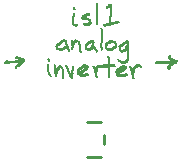
<source format=gto>
G75*
%MOIN*%
%OFA0B0*%
%FSLAX25Y25*%
%IPPOS*%
%LPD*%
%AMOC8*
5,1,8,0,0,1.08239X$1,22.5*
%
%ADD10C,0.01000*%
%ADD11R,0.00100X0.00100*%
%ADD12R,0.00500X0.00100*%
%ADD13R,0.00400X0.00100*%
%ADD14R,0.00600X0.00100*%
%ADD15R,0.00700X0.00100*%
%ADD16R,0.00800X0.00100*%
%ADD17R,0.00900X0.00100*%
%ADD18R,0.01200X0.00100*%
%ADD19R,0.01900X0.00100*%
%ADD20R,0.01000X0.00100*%
%ADD21R,0.01300X0.00100*%
%ADD22R,0.02500X0.00100*%
%ADD23R,0.01100X0.00100*%
%ADD24R,0.02300X0.00100*%
%ADD25R,0.02900X0.00100*%
%ADD26R,0.02800X0.00100*%
%ADD27R,0.03300X0.00100*%
%ADD28R,0.03100X0.00100*%
%ADD29R,0.03500X0.00100*%
%ADD30R,0.03400X0.00100*%
%ADD31R,0.03700X0.00100*%
%ADD32R,0.01400X0.00100*%
%ADD33R,0.02600X0.00100*%
%ADD34R,0.01700X0.00100*%
%ADD35R,0.01500X0.00100*%
%ADD36R,0.01600X0.00100*%
%ADD37R,0.00200X0.00100*%
%ADD38R,0.01800X0.00100*%
%ADD39R,0.02100X0.00100*%
%ADD40R,0.02200X0.00100*%
%ADD41R,0.02000X0.00100*%
%ADD42R,0.02400X0.00100*%
%ADD43R,0.02700X0.00100*%
%ADD44R,0.00300X0.00100*%
%ADD45R,0.06400X0.00100*%
%ADD46R,0.04200X0.00100*%
%ADD47R,0.04300X0.00100*%
%ADD48R,0.04100X0.00100*%
%ADD49R,0.03000X0.00100*%
%ADD50R,0.03200X0.00100*%
%ADD51R,0.03600X0.00100*%
%ADD52R,0.05000X0.00100*%
%ADD53R,0.06700X0.00100*%
%ADD54R,0.06600X0.00100*%
%ADD55R,0.06500X0.00100*%
%ADD56R,0.05100X0.00100*%
%ADD57R,0.07300X0.00100*%
%ADD58R,0.06800X0.00100*%
D10*
X0054583Y0026063D02*
X0059307Y0026063D01*
X0060094Y0030394D02*
X0060094Y0033150D01*
X0059307Y0037480D02*
X0054583Y0037480D01*
D11*
X0046616Y0051943D03*
X0041616Y0056643D03*
X0041916Y0057643D03*
X0057816Y0060743D03*
X0055116Y0073743D03*
X0050216Y0075743D03*
X0061316Y0075143D03*
X0062216Y0076743D03*
X0078312Y0056994D03*
D12*
X0077612Y0056994D03*
X0072616Y0055643D03*
X0070016Y0051943D03*
X0066916Y0056243D03*
X0059516Y0061443D03*
X0057816Y0060943D03*
X0057816Y0060843D03*
X0056716Y0055843D03*
X0054516Y0053543D03*
X0049916Y0055943D03*
X0046616Y0052043D03*
X0042416Y0052543D03*
X0041616Y0056543D03*
X0041816Y0057843D03*
X0041716Y0058343D03*
X0049616Y0064443D03*
X0057916Y0070043D03*
X0059316Y0068443D03*
X0061316Y0075243D03*
X0057816Y0076943D03*
X0050216Y0075643D03*
X0050216Y0073443D03*
X0082212Y0059494D03*
D13*
X0072566Y0055543D03*
X0064866Y0058243D03*
X0056666Y0055943D03*
X0057766Y0052143D03*
X0061966Y0052143D03*
X0049366Y0052043D03*
X0044266Y0052543D03*
X0042466Y0052443D03*
X0047666Y0056143D03*
X0041866Y0057743D03*
X0048666Y0061043D03*
X0049666Y0061443D03*
X0052366Y0060743D03*
X0059266Y0068543D03*
X0050366Y0074943D03*
X0030767Y0055294D03*
D14*
X0030767Y0055394D03*
X0031067Y0059294D03*
X0041666Y0058243D03*
X0041666Y0056443D03*
X0041666Y0054143D03*
X0042366Y0052743D03*
X0042366Y0052643D03*
X0044266Y0052643D03*
X0046566Y0052143D03*
X0049366Y0052143D03*
X0047666Y0056043D03*
X0048566Y0061143D03*
X0048266Y0061743D03*
X0048166Y0062043D03*
X0049666Y0061643D03*
X0049666Y0061543D03*
X0052166Y0062543D03*
X0052166Y0062643D03*
X0052166Y0062743D03*
X0052066Y0063143D03*
X0052066Y0063243D03*
X0051966Y0063543D03*
X0051866Y0063743D03*
X0051766Y0063943D03*
X0049666Y0064143D03*
X0049666Y0064243D03*
X0049666Y0064343D03*
X0047466Y0063843D03*
X0047366Y0064043D03*
X0044466Y0062243D03*
X0044466Y0062143D03*
X0052366Y0060843D03*
X0054066Y0062043D03*
X0054066Y0062143D03*
X0054066Y0062243D03*
X0054166Y0061943D03*
X0057166Y0062043D03*
X0057666Y0061243D03*
X0057766Y0061143D03*
X0057766Y0061043D03*
X0060966Y0062143D03*
X0060966Y0062243D03*
X0060966Y0062343D03*
X0060966Y0062443D03*
X0061066Y0061943D03*
X0061666Y0059143D03*
X0061666Y0059043D03*
X0064966Y0058143D03*
X0065466Y0061543D03*
X0068266Y0061443D03*
X0067866Y0064443D03*
X0062566Y0064643D03*
X0059366Y0068343D03*
X0053566Y0070243D03*
X0050866Y0069343D03*
X0055066Y0073643D03*
X0050266Y0075543D03*
X0056766Y0055743D03*
X0059766Y0055543D03*
X0057766Y0052243D03*
X0061966Y0052243D03*
X0064466Y0053443D03*
X0068966Y0055943D03*
X0072566Y0055743D03*
X0070066Y0052043D03*
D15*
X0070016Y0052143D03*
X0069916Y0052343D03*
X0069916Y0052443D03*
X0069216Y0054843D03*
X0069216Y0054943D03*
X0069116Y0055343D03*
X0069116Y0055443D03*
X0069016Y0055743D03*
X0069016Y0055843D03*
X0067616Y0053443D03*
X0064616Y0053243D03*
X0064516Y0053343D03*
X0064416Y0053543D03*
X0064416Y0053643D03*
X0061916Y0052343D03*
X0057716Y0052343D03*
X0057716Y0052443D03*
X0057616Y0052643D03*
X0057616Y0052743D03*
X0057616Y0052843D03*
X0056916Y0055243D03*
X0056916Y0055343D03*
X0056916Y0055443D03*
X0056816Y0055543D03*
X0056816Y0055643D03*
X0061716Y0056643D03*
X0061716Y0056743D03*
X0061716Y0056843D03*
X0061716Y0056943D03*
X0061716Y0057043D03*
X0061716Y0057143D03*
X0061716Y0057243D03*
X0061716Y0057343D03*
X0061716Y0057443D03*
X0061716Y0057543D03*
X0061716Y0057643D03*
X0061716Y0057743D03*
X0061716Y0057843D03*
X0061716Y0057943D03*
X0061716Y0058043D03*
X0061716Y0058143D03*
X0061716Y0058243D03*
X0061716Y0058343D03*
X0061716Y0058943D03*
X0059516Y0061543D03*
X0059516Y0061643D03*
X0059416Y0061843D03*
X0059416Y0061943D03*
X0059316Y0062243D03*
X0059316Y0062343D03*
X0059316Y0062443D03*
X0059316Y0062543D03*
X0059316Y0062643D03*
X0059316Y0063543D03*
X0059316Y0063643D03*
X0059316Y0063743D03*
X0059416Y0064743D03*
X0059416Y0064943D03*
X0059416Y0065043D03*
X0059416Y0065143D03*
X0059416Y0065243D03*
X0059416Y0065343D03*
X0059416Y0065443D03*
X0059416Y0065543D03*
X0059416Y0065643D03*
X0059416Y0065743D03*
X0059416Y0065843D03*
X0059416Y0065943D03*
X0059416Y0066043D03*
X0059416Y0066143D03*
X0059416Y0066243D03*
X0059416Y0066343D03*
X0059416Y0066443D03*
X0059416Y0066543D03*
X0059416Y0066643D03*
X0059416Y0066743D03*
X0059416Y0066843D03*
X0059416Y0066943D03*
X0059416Y0067043D03*
X0059416Y0067143D03*
X0059416Y0067243D03*
X0059416Y0067343D03*
X0059416Y0067443D03*
X0059416Y0067543D03*
X0059416Y0067643D03*
X0059416Y0067743D03*
X0059416Y0067843D03*
X0059416Y0067943D03*
X0059416Y0068043D03*
X0059416Y0068243D03*
X0056616Y0063543D03*
X0056616Y0063443D03*
X0057216Y0061943D03*
X0057316Y0061843D03*
X0057316Y0061743D03*
X0057416Y0061643D03*
X0057516Y0061543D03*
X0057516Y0061443D03*
X0057616Y0061343D03*
X0061016Y0062043D03*
X0060916Y0062543D03*
X0060916Y0062643D03*
X0064116Y0063543D03*
X0064216Y0063343D03*
X0064216Y0063243D03*
X0065416Y0062043D03*
X0065416Y0061943D03*
X0065416Y0061843D03*
X0065416Y0061743D03*
X0065416Y0061643D03*
X0065516Y0061443D03*
X0068316Y0061343D03*
X0068316Y0061243D03*
X0068316Y0061143D03*
X0068316Y0061043D03*
X0068316Y0060943D03*
X0068316Y0060843D03*
X0068316Y0060743D03*
X0068316Y0060643D03*
X0068316Y0060543D03*
X0068316Y0060443D03*
X0068316Y0060343D03*
X0068316Y0060243D03*
X0068316Y0060143D03*
X0068316Y0060043D03*
X0068316Y0059943D03*
X0068316Y0059843D03*
X0068316Y0059743D03*
X0068316Y0059643D03*
X0068216Y0059243D03*
X0068216Y0059143D03*
X0068216Y0059043D03*
X0065116Y0058043D03*
X0054116Y0062343D03*
X0054116Y0062443D03*
X0054116Y0062543D03*
X0052216Y0062443D03*
X0052216Y0062343D03*
X0052216Y0062243D03*
X0052216Y0062143D03*
X0052216Y0062043D03*
X0052216Y0061943D03*
X0052216Y0061843D03*
X0052216Y0061743D03*
X0052216Y0061643D03*
X0052216Y0061543D03*
X0052316Y0061043D03*
X0052316Y0060943D03*
X0052116Y0062843D03*
X0052116Y0062943D03*
X0052116Y0063043D03*
X0052016Y0063343D03*
X0052016Y0063443D03*
X0051916Y0063643D03*
X0051816Y0063843D03*
X0051716Y0064043D03*
X0049616Y0061743D03*
X0048516Y0061343D03*
X0048516Y0061243D03*
X0048416Y0061443D03*
X0048316Y0061643D03*
X0048216Y0061843D03*
X0048216Y0061943D03*
X0047716Y0063243D03*
X0047616Y0063543D03*
X0047516Y0063643D03*
X0047516Y0063743D03*
X0047416Y0063943D03*
X0047316Y0064143D03*
X0046916Y0064843D03*
X0044516Y0062343D03*
X0044516Y0062043D03*
X0041716Y0058143D03*
X0041716Y0058043D03*
X0041816Y0057943D03*
X0041616Y0056343D03*
X0041616Y0056243D03*
X0041516Y0055843D03*
X0041516Y0055743D03*
X0041516Y0055643D03*
X0041516Y0055543D03*
X0041516Y0055443D03*
X0041516Y0055343D03*
X0041516Y0055243D03*
X0041516Y0055143D03*
X0041516Y0055043D03*
X0041516Y0054943D03*
X0041516Y0054843D03*
X0041516Y0054743D03*
X0041516Y0054643D03*
X0041616Y0054443D03*
X0041616Y0054343D03*
X0041616Y0054243D03*
X0041716Y0054043D03*
X0041716Y0053943D03*
X0041716Y0053843D03*
X0041816Y0053743D03*
X0041816Y0053643D03*
X0041916Y0053543D03*
X0041916Y0053443D03*
X0042016Y0053343D03*
X0042116Y0053243D03*
X0042116Y0053143D03*
X0042216Y0053043D03*
X0042316Y0052943D03*
X0042316Y0052843D03*
X0044216Y0052743D03*
X0046516Y0052543D03*
X0046516Y0053143D03*
X0046516Y0053943D03*
X0046516Y0054043D03*
X0046316Y0055143D03*
X0045516Y0056143D03*
X0043916Y0055943D03*
X0043916Y0055843D03*
X0043916Y0055743D03*
X0043916Y0055643D03*
X0043916Y0055543D03*
X0043916Y0055443D03*
X0043816Y0056243D03*
X0043816Y0056343D03*
X0047916Y0055543D03*
X0048016Y0055343D03*
X0048016Y0055243D03*
X0048116Y0055043D03*
X0048116Y0054943D03*
X0048216Y0054743D03*
X0048216Y0054643D03*
X0048316Y0054443D03*
X0048316Y0054343D03*
X0048416Y0054143D03*
X0048416Y0054043D03*
X0048516Y0053943D03*
X0048516Y0053843D03*
X0048616Y0053743D03*
X0048616Y0053643D03*
X0049316Y0052243D03*
X0049916Y0055843D03*
X0030817Y0055494D03*
X0050216Y0073243D03*
X0050216Y0073343D03*
X0061316Y0075343D03*
X0062216Y0076643D03*
X0064816Y0070943D03*
X0082212Y0059394D03*
X0081712Y0054994D03*
D16*
X0069966Y0052243D03*
X0069866Y0052543D03*
X0069866Y0052643D03*
X0069866Y0052743D03*
X0069866Y0052843D03*
X0069866Y0052943D03*
X0069166Y0055043D03*
X0069166Y0055143D03*
X0069166Y0055243D03*
X0069066Y0055543D03*
X0069066Y0055643D03*
X0067966Y0058243D03*
X0068066Y0058343D03*
X0068066Y0058443D03*
X0068066Y0058543D03*
X0068166Y0058643D03*
X0068166Y0058743D03*
X0068166Y0058843D03*
X0068166Y0058943D03*
X0068266Y0059343D03*
X0068266Y0059443D03*
X0068266Y0059543D03*
X0065366Y0057843D03*
X0065266Y0057943D03*
X0061766Y0058643D03*
X0061766Y0058743D03*
X0061766Y0058843D03*
X0061766Y0055643D03*
X0061766Y0055543D03*
X0061766Y0055443D03*
X0061766Y0055343D03*
X0061766Y0055243D03*
X0061766Y0055143D03*
X0061766Y0055043D03*
X0061766Y0054943D03*
X0061766Y0054843D03*
X0061766Y0054743D03*
X0061766Y0054643D03*
X0061766Y0054543D03*
X0061766Y0054443D03*
X0061766Y0054343D03*
X0061766Y0054243D03*
X0061766Y0054143D03*
X0061766Y0054043D03*
X0061766Y0053943D03*
X0061766Y0053843D03*
X0061766Y0053743D03*
X0061766Y0053643D03*
X0061766Y0053543D03*
X0061766Y0053443D03*
X0061766Y0053343D03*
X0061766Y0053243D03*
X0061766Y0053143D03*
X0061766Y0053043D03*
X0061766Y0052943D03*
X0061766Y0052843D03*
X0061766Y0052743D03*
X0061766Y0052643D03*
X0061866Y0052543D03*
X0061866Y0052443D03*
X0057666Y0052543D03*
X0057566Y0052943D03*
X0057566Y0053043D03*
X0057566Y0053143D03*
X0057566Y0053243D03*
X0057566Y0053343D03*
X0057566Y0053443D03*
X0051866Y0053443D03*
X0049666Y0054343D03*
X0049666Y0054443D03*
X0049766Y0054743D03*
X0049766Y0054843D03*
X0049766Y0054943D03*
X0049866Y0055143D03*
X0049866Y0055243D03*
X0049966Y0055543D03*
X0049966Y0055643D03*
X0049966Y0055743D03*
X0049566Y0054043D03*
X0049566Y0053943D03*
X0048366Y0054243D03*
X0048266Y0054543D03*
X0048166Y0054843D03*
X0048066Y0055143D03*
X0047966Y0055443D03*
X0047866Y0055643D03*
X0047866Y0055743D03*
X0047766Y0055843D03*
X0047766Y0055943D03*
X0046266Y0055343D03*
X0046266Y0055243D03*
X0046366Y0055043D03*
X0046366Y0054943D03*
X0046366Y0054843D03*
X0046466Y0054743D03*
X0046466Y0054643D03*
X0046466Y0054543D03*
X0046466Y0054443D03*
X0046466Y0054343D03*
X0046466Y0054243D03*
X0046466Y0054143D03*
X0046566Y0053843D03*
X0046566Y0053743D03*
X0046566Y0053643D03*
X0046566Y0053543D03*
X0046566Y0053443D03*
X0046566Y0053243D03*
X0046466Y0052843D03*
X0046466Y0052743D03*
X0046566Y0052443D03*
X0046566Y0052343D03*
X0046566Y0052243D03*
X0044166Y0052843D03*
X0044166Y0052943D03*
X0044166Y0053043D03*
X0044166Y0053143D03*
X0043966Y0055343D03*
X0043866Y0056043D03*
X0043866Y0056143D03*
X0041566Y0056143D03*
X0041566Y0056043D03*
X0041566Y0055943D03*
X0041566Y0054543D03*
X0046166Y0055443D03*
X0049266Y0052343D03*
X0048366Y0061543D03*
X0049666Y0061843D03*
X0049666Y0061943D03*
X0049666Y0062043D03*
X0049666Y0062143D03*
X0049766Y0062543D03*
X0047766Y0062943D03*
X0047766Y0063043D03*
X0047766Y0063143D03*
X0047666Y0063343D03*
X0047666Y0063443D03*
X0044566Y0062543D03*
X0044566Y0062443D03*
X0052266Y0061443D03*
X0052266Y0061343D03*
X0052266Y0061243D03*
X0052266Y0061143D03*
X0054166Y0062643D03*
X0054166Y0062743D03*
X0056666Y0063343D03*
X0056666Y0063643D03*
X0056566Y0063743D03*
X0056166Y0064543D03*
X0059366Y0064543D03*
X0059366Y0064443D03*
X0059366Y0064343D03*
X0059366Y0064243D03*
X0059366Y0064143D03*
X0059366Y0064043D03*
X0059366Y0063943D03*
X0059366Y0063843D03*
X0059266Y0063443D03*
X0059266Y0063343D03*
X0059266Y0063243D03*
X0059266Y0063143D03*
X0059266Y0063043D03*
X0059266Y0062943D03*
X0059266Y0062843D03*
X0059266Y0062743D03*
X0059366Y0062143D03*
X0059366Y0062043D03*
X0059466Y0061743D03*
X0060966Y0062743D03*
X0060966Y0062843D03*
X0061066Y0062943D03*
X0061066Y0063043D03*
X0059366Y0064643D03*
X0059366Y0064843D03*
X0059466Y0068143D03*
X0057866Y0070143D03*
X0057866Y0070543D03*
X0057866Y0070643D03*
X0057866Y0070743D03*
X0057866Y0070843D03*
X0057866Y0070943D03*
X0057866Y0071043D03*
X0057866Y0071143D03*
X0057866Y0071243D03*
X0057866Y0071343D03*
X0057866Y0071443D03*
X0057866Y0071543D03*
X0057866Y0071643D03*
X0057866Y0071743D03*
X0057866Y0071843D03*
X0057766Y0072343D03*
X0057766Y0072443D03*
X0057766Y0072543D03*
X0057766Y0072643D03*
X0057766Y0072743D03*
X0057766Y0072843D03*
X0057766Y0072943D03*
X0057766Y0073043D03*
X0057766Y0073143D03*
X0057766Y0073243D03*
X0057766Y0073343D03*
X0057766Y0073443D03*
X0057766Y0073643D03*
X0057766Y0073743D03*
X0057766Y0073843D03*
X0057766Y0073943D03*
X0057866Y0074343D03*
X0057866Y0074443D03*
X0057866Y0074543D03*
X0057866Y0074643D03*
X0057866Y0074743D03*
X0057866Y0074843D03*
X0057866Y0074943D03*
X0057866Y0075043D03*
X0057866Y0075143D03*
X0057866Y0075243D03*
X0057866Y0075343D03*
X0057866Y0075443D03*
X0057866Y0075543D03*
X0057866Y0075743D03*
X0057866Y0075843D03*
X0057866Y0075943D03*
X0057866Y0076043D03*
X0057866Y0076143D03*
X0057866Y0076243D03*
X0057866Y0076743D03*
X0057866Y0076843D03*
X0062366Y0074543D03*
X0062366Y0074443D03*
X0062366Y0074343D03*
X0062366Y0074243D03*
X0062366Y0074143D03*
X0062366Y0074043D03*
X0062366Y0073943D03*
X0062366Y0073843D03*
X0062366Y0073743D03*
X0062366Y0073643D03*
X0062366Y0073543D03*
X0062366Y0073443D03*
X0062366Y0073343D03*
X0062366Y0073243D03*
X0062366Y0073143D03*
X0062366Y0073043D03*
X0062366Y0072943D03*
X0062366Y0072843D03*
X0062366Y0072743D03*
X0062366Y0072643D03*
X0062366Y0072543D03*
X0062366Y0070643D03*
X0055666Y0070843D03*
X0055666Y0070943D03*
X0054266Y0072143D03*
X0050166Y0072943D03*
X0050166Y0073043D03*
X0050166Y0073143D03*
X0050066Y0072743D03*
X0050066Y0072643D03*
X0050066Y0072543D03*
X0049966Y0072443D03*
X0049966Y0072343D03*
X0049966Y0072243D03*
X0049966Y0072143D03*
X0049966Y0072043D03*
X0049866Y0071843D03*
X0049866Y0071743D03*
X0049866Y0071643D03*
X0049866Y0071543D03*
X0049866Y0071443D03*
X0049866Y0071343D03*
X0049866Y0071243D03*
X0049866Y0071143D03*
X0049866Y0071043D03*
X0049866Y0070943D03*
X0049866Y0070843D03*
X0049866Y0070743D03*
X0049866Y0070643D03*
X0049866Y0070543D03*
X0049866Y0070443D03*
X0049966Y0070343D03*
X0049966Y0070243D03*
X0049966Y0070143D03*
X0050066Y0070043D03*
X0050266Y0075043D03*
X0050266Y0075343D03*
X0050266Y0075443D03*
X0064066Y0063643D03*
X0064166Y0063443D03*
X0064266Y0063143D03*
X0064166Y0063043D03*
X0064166Y0062943D03*
X0065466Y0062143D03*
X0068066Y0063143D03*
X0068066Y0063243D03*
X0068066Y0063343D03*
X0068066Y0063443D03*
X0067866Y0064343D03*
X0031067Y0059194D03*
X0027767Y0057794D03*
D17*
X0030917Y0055694D03*
X0030917Y0055594D03*
X0044216Y0053443D03*
X0044216Y0053343D03*
X0044216Y0053243D03*
X0046516Y0053343D03*
X0046516Y0053043D03*
X0046516Y0052943D03*
X0046516Y0052643D03*
X0049216Y0052543D03*
X0049216Y0052443D03*
X0049516Y0053643D03*
X0049516Y0053743D03*
X0049516Y0053843D03*
X0049616Y0054143D03*
X0049616Y0054243D03*
X0049716Y0054543D03*
X0049716Y0054643D03*
X0049816Y0055043D03*
X0049916Y0055343D03*
X0049916Y0055443D03*
X0051816Y0054443D03*
X0057516Y0053943D03*
X0057516Y0053843D03*
X0057516Y0053743D03*
X0057516Y0053643D03*
X0057516Y0053543D03*
X0059616Y0055643D03*
X0060316Y0056543D03*
X0061716Y0058443D03*
X0061716Y0058543D03*
X0066316Y0060743D03*
X0065516Y0062243D03*
X0065516Y0062343D03*
X0065616Y0062443D03*
X0064116Y0062743D03*
X0064116Y0062843D03*
X0064016Y0062643D03*
X0063916Y0063743D03*
X0061116Y0063143D03*
X0056616Y0063143D03*
X0056616Y0063043D03*
X0056616Y0063243D03*
X0054316Y0062943D03*
X0054216Y0062843D03*
X0055116Y0061243D03*
X0051016Y0064743D03*
X0049816Y0062743D03*
X0049816Y0062643D03*
X0049716Y0062443D03*
X0049716Y0062343D03*
X0049716Y0062243D03*
X0047716Y0062743D03*
X0047716Y0062843D03*
X0046816Y0064743D03*
X0044616Y0062643D03*
X0044716Y0061943D03*
X0045616Y0061243D03*
X0055716Y0070543D03*
X0055716Y0070643D03*
X0055716Y0070743D03*
X0055616Y0071043D03*
X0055516Y0071143D03*
X0055416Y0071243D03*
X0055316Y0071343D03*
X0057816Y0071943D03*
X0057816Y0072043D03*
X0057816Y0072143D03*
X0057816Y0072243D03*
X0057816Y0073543D03*
X0057816Y0074043D03*
X0057816Y0074143D03*
X0057816Y0074243D03*
X0057816Y0075643D03*
X0057916Y0076343D03*
X0057916Y0076443D03*
X0057916Y0076543D03*
X0057916Y0076643D03*
X0061316Y0075443D03*
X0062416Y0075443D03*
X0062416Y0075343D03*
X0062416Y0075243D03*
X0062416Y0075143D03*
X0062416Y0075043D03*
X0062416Y0074943D03*
X0062416Y0074843D03*
X0062416Y0074743D03*
X0062416Y0074643D03*
X0062316Y0072443D03*
X0062316Y0072343D03*
X0062316Y0072243D03*
X0062316Y0072143D03*
X0062316Y0072043D03*
X0062316Y0071943D03*
X0062316Y0071843D03*
X0062316Y0071743D03*
X0062316Y0071643D03*
X0062316Y0071543D03*
X0062316Y0071443D03*
X0062316Y0071343D03*
X0062316Y0071243D03*
X0062316Y0071143D03*
X0062316Y0071043D03*
X0062316Y0070943D03*
X0062316Y0070843D03*
X0062316Y0070743D03*
X0060616Y0069343D03*
X0057916Y0070243D03*
X0057916Y0070343D03*
X0057916Y0070443D03*
X0049916Y0071943D03*
X0050116Y0072843D03*
X0050316Y0075143D03*
X0050316Y0075243D03*
X0068016Y0063043D03*
X0067916Y0058143D03*
X0070116Y0054943D03*
X0070116Y0054843D03*
X0069816Y0053243D03*
X0069816Y0053143D03*
X0069816Y0053043D03*
X0071716Y0056543D03*
X0081612Y0055694D03*
X0081712Y0055094D03*
X0082212Y0059294D03*
D18*
X0082362Y0058594D03*
X0082462Y0058494D03*
X0081962Y0056094D03*
X0070666Y0055643D03*
X0070566Y0055543D03*
X0069766Y0054043D03*
X0069766Y0053943D03*
X0065866Y0052443D03*
X0064866Y0054743D03*
X0063666Y0062243D03*
X0065866Y0062743D03*
X0065966Y0062843D03*
X0066066Y0062943D03*
X0067966Y0062343D03*
X0061566Y0063643D03*
X0061466Y0063543D03*
X0056666Y0062743D03*
X0056666Y0062643D03*
X0056666Y0062543D03*
X0056166Y0062043D03*
X0054766Y0063443D03*
X0054866Y0063543D03*
X0056066Y0064443D03*
X0055566Y0070343D03*
X0053166Y0072143D03*
X0053266Y0072343D03*
X0062266Y0076443D03*
X0064666Y0070843D03*
X0047666Y0062543D03*
X0045866Y0063943D03*
X0045766Y0063843D03*
X0045666Y0063743D03*
X0045066Y0055443D03*
X0044266Y0054243D03*
X0044266Y0054143D03*
X0044266Y0054043D03*
X0049166Y0052943D03*
X0049166Y0052843D03*
X0052266Y0055143D03*
X0052366Y0055243D03*
X0053966Y0054943D03*
X0054066Y0055043D03*
X0054166Y0055143D03*
X0032767Y0057194D03*
X0031667Y0056294D03*
X0031567Y0056194D03*
X0031467Y0056094D03*
D19*
X0032717Y0058094D03*
X0032717Y0058194D03*
X0028017Y0057094D03*
X0045516Y0055643D03*
X0045516Y0055543D03*
X0047516Y0062143D03*
X0046716Y0064343D03*
X0051016Y0064143D03*
X0054616Y0073243D03*
X0061916Y0075843D03*
X0062716Y0064343D03*
X0067516Y0063843D03*
X0066416Y0061043D03*
X0066716Y0057143D03*
X0065016Y0053843D03*
X0065916Y0052543D03*
X0083012Y0058194D03*
X0083312Y0057994D03*
X0083712Y0057794D03*
D20*
X0082162Y0058794D03*
X0082162Y0058894D03*
X0082162Y0058994D03*
X0082162Y0059094D03*
X0082162Y0059194D03*
X0070366Y0055343D03*
X0070266Y0055243D03*
X0070266Y0055143D03*
X0070166Y0055043D03*
X0069766Y0053743D03*
X0069766Y0053643D03*
X0069766Y0053543D03*
X0069766Y0053443D03*
X0069766Y0053343D03*
X0066866Y0056143D03*
X0065566Y0057743D03*
X0067866Y0058043D03*
X0068066Y0062743D03*
X0068066Y0062843D03*
X0068066Y0062943D03*
X0065666Y0062543D03*
X0063966Y0062543D03*
X0063866Y0062443D03*
X0062566Y0064543D03*
X0061266Y0063343D03*
X0061166Y0063243D03*
X0056666Y0062943D03*
X0056666Y0062843D03*
X0054466Y0063143D03*
X0054366Y0063043D03*
X0049866Y0063043D03*
X0049866Y0062943D03*
X0049866Y0062843D03*
X0044866Y0062943D03*
X0044766Y0062843D03*
X0044666Y0062743D03*
X0053966Y0056443D03*
X0054566Y0055643D03*
X0054466Y0055543D03*
X0054366Y0053443D03*
X0051966Y0053343D03*
X0051866Y0053543D03*
X0051866Y0054543D03*
X0051866Y0054643D03*
X0051966Y0054743D03*
X0049166Y0052643D03*
X0044966Y0055343D03*
X0044166Y0053543D03*
X0057466Y0054043D03*
X0057466Y0054143D03*
X0057866Y0055243D03*
X0057866Y0055343D03*
X0057966Y0055443D03*
X0058066Y0055543D03*
X0054566Y0069543D03*
X0055666Y0070443D03*
X0054966Y0073543D03*
X0062266Y0076543D03*
X0031167Y0059094D03*
D21*
X0031217Y0058994D03*
X0032417Y0056994D03*
X0032317Y0056894D03*
X0032217Y0056794D03*
X0032117Y0056694D03*
X0032017Y0056594D03*
X0031817Y0056494D03*
X0031717Y0056394D03*
X0031317Y0055994D03*
X0027917Y0056994D03*
X0044316Y0054543D03*
X0044316Y0054443D03*
X0044316Y0054343D03*
X0045516Y0055943D03*
X0049116Y0053043D03*
X0052516Y0055343D03*
X0052616Y0055443D03*
X0053616Y0054643D03*
X0053716Y0054743D03*
X0053816Y0054843D03*
X0053116Y0052643D03*
X0057416Y0054543D03*
X0057416Y0054643D03*
X0057416Y0054743D03*
X0058216Y0055643D03*
X0065016Y0054843D03*
X0065116Y0054943D03*
X0065216Y0055043D03*
X0067016Y0055143D03*
X0067116Y0055243D03*
X0069716Y0054343D03*
X0069716Y0054243D03*
X0069716Y0054143D03*
X0067616Y0057743D03*
X0067916Y0062143D03*
X0067916Y0062243D03*
X0066316Y0063143D03*
X0066216Y0063043D03*
X0063516Y0062143D03*
X0055016Y0063643D03*
X0051016Y0064543D03*
X0049916Y0063443D03*
X0049916Y0063343D03*
X0046816Y0064643D03*
X0046116Y0064143D03*
X0046016Y0064043D03*
X0053416Y0072443D03*
X0053516Y0072543D03*
X0082112Y0056194D03*
D22*
X0071516Y0055943D03*
X0066516Y0055643D03*
X0066016Y0052643D03*
X0062616Y0056543D03*
X0058816Y0055743D03*
X0053716Y0055843D03*
X0052516Y0054143D03*
X0045816Y0061543D03*
X0055216Y0061643D03*
X0062216Y0061543D03*
X0066516Y0061343D03*
X0062716Y0064143D03*
X0031817Y0058594D03*
D23*
X0031117Y0055894D03*
X0031117Y0055794D03*
X0044216Y0053943D03*
X0044216Y0053843D03*
X0044216Y0053743D03*
X0044216Y0053643D03*
X0045516Y0056043D03*
X0049216Y0052743D03*
X0052016Y0054843D03*
X0052116Y0054943D03*
X0052216Y0055043D03*
X0054216Y0055243D03*
X0054316Y0055343D03*
X0054416Y0055443D03*
X0057416Y0054443D03*
X0057416Y0054343D03*
X0057416Y0054243D03*
X0058816Y0056343D03*
X0064816Y0054643D03*
X0064816Y0053143D03*
X0067516Y0053343D03*
X0069716Y0053843D03*
X0070416Y0055443D03*
X0067816Y0057943D03*
X0067716Y0057843D03*
X0066716Y0056943D03*
X0065716Y0057643D03*
X0062016Y0061243D03*
X0063816Y0062343D03*
X0065716Y0062643D03*
X0068016Y0062643D03*
X0068016Y0062543D03*
X0068016Y0062443D03*
X0067816Y0064243D03*
X0061316Y0063443D03*
X0054616Y0063343D03*
X0054516Y0063243D03*
X0051016Y0064643D03*
X0049916Y0063243D03*
X0049916Y0063143D03*
X0047716Y0062643D03*
X0045516Y0063643D03*
X0045416Y0063543D03*
X0045316Y0063443D03*
X0045216Y0063343D03*
X0045116Y0063243D03*
X0045016Y0063143D03*
X0044916Y0063043D03*
X0050816Y0069443D03*
X0053616Y0071443D03*
X0053216Y0072243D03*
X0055216Y0071443D03*
X0081712Y0055794D03*
X0081812Y0055894D03*
X0081912Y0055994D03*
X0081712Y0055594D03*
X0081712Y0055494D03*
X0081712Y0055394D03*
X0081712Y0055294D03*
X0081712Y0055194D03*
X0082312Y0058694D03*
D24*
X0066716Y0057243D03*
X0066616Y0055743D03*
X0067316Y0063543D03*
X0061116Y0069643D03*
X0055816Y0063943D03*
X0055216Y0061543D03*
X0052416Y0054043D03*
X0053316Y0052743D03*
D25*
X0065616Y0054543D03*
X0066316Y0055343D03*
X0066716Y0057543D03*
X0062316Y0061743D03*
X0066116Y0052743D03*
D26*
X0065566Y0054443D03*
X0066366Y0055443D03*
X0055266Y0061843D03*
X0053666Y0055743D03*
X0053366Y0052843D03*
X0045866Y0061643D03*
X0054266Y0071543D03*
X0054166Y0071643D03*
X0054066Y0071743D03*
X0080062Y0057694D03*
D27*
X0066216Y0052843D03*
X0045916Y0061843D03*
D28*
X0053416Y0052943D03*
X0061716Y0055843D03*
X0063316Y0070343D03*
X0063516Y0070443D03*
D29*
X0061716Y0069943D03*
X0053316Y0053243D03*
X0066216Y0052943D03*
D30*
X0053366Y0053043D03*
X0053366Y0053143D03*
D31*
X0066216Y0053043D03*
D32*
X0066966Y0055043D03*
X0066766Y0056043D03*
X0069666Y0054443D03*
X0070766Y0055743D03*
X0071666Y0056443D03*
X0067066Y0061443D03*
X0066366Y0060843D03*
X0067866Y0061943D03*
X0067866Y0062043D03*
X0066466Y0063243D03*
X0067766Y0064143D03*
X0063366Y0062043D03*
X0056666Y0062343D03*
X0056666Y0062443D03*
X0055966Y0061943D03*
X0055166Y0063743D03*
X0056066Y0064343D03*
X0049966Y0063643D03*
X0049966Y0063543D03*
X0047666Y0062443D03*
X0050766Y0069543D03*
X0054566Y0069643D03*
X0055366Y0070243D03*
X0053666Y0072643D03*
X0054866Y0073443D03*
X0060766Y0069443D03*
X0062266Y0076343D03*
X0082562Y0058394D03*
X0082562Y0056494D03*
X0082362Y0056394D03*
X0082262Y0056294D03*
X0057466Y0054843D03*
X0053966Y0056343D03*
X0052766Y0055543D03*
X0053466Y0054543D03*
X0049166Y0053243D03*
X0049166Y0053143D03*
X0044366Y0054643D03*
X0044366Y0054743D03*
X0044366Y0054843D03*
X0032667Y0057094D03*
D33*
X0032067Y0058494D03*
X0052566Y0054243D03*
X0052666Y0054343D03*
X0065366Y0054243D03*
X0066766Y0053143D03*
X0054666Y0070043D03*
X0053866Y0071943D03*
D34*
X0054016Y0072843D03*
X0050616Y0069843D03*
X0051016Y0064343D03*
X0050116Y0063943D03*
X0056016Y0064243D03*
X0056616Y0062143D03*
X0062116Y0061343D03*
X0066416Y0060943D03*
X0067616Y0063943D03*
X0064416Y0070743D03*
X0062016Y0076043D03*
X0082812Y0058294D03*
X0071616Y0056343D03*
X0066716Y0055943D03*
X0066316Y0054643D03*
X0067216Y0053243D03*
X0058816Y0056143D03*
X0053916Y0056243D03*
X0054116Y0053343D03*
X0049116Y0053543D03*
X0045516Y0055743D03*
X0044416Y0055143D03*
X0044416Y0055043D03*
D35*
X0044416Y0054943D03*
X0045516Y0055843D03*
X0049116Y0053343D03*
X0053316Y0054443D03*
X0057416Y0054943D03*
X0057416Y0055043D03*
X0058816Y0056243D03*
X0065316Y0055143D03*
X0066616Y0054843D03*
X0066816Y0054943D03*
X0069716Y0054643D03*
X0069716Y0054543D03*
X0067416Y0057643D03*
X0067816Y0061843D03*
X0066616Y0063343D03*
X0066716Y0063443D03*
X0067716Y0064043D03*
X0056616Y0062243D03*
X0055116Y0061343D03*
X0051016Y0064443D03*
X0050016Y0063743D03*
X0047616Y0062343D03*
X0047016Y0062043D03*
X0045716Y0061343D03*
X0032817Y0057294D03*
X0031317Y0058894D03*
X0062216Y0076243D03*
X0082712Y0056594D03*
X0082812Y0056694D03*
D36*
X0069666Y0054743D03*
X0066466Y0054743D03*
X0065466Y0055243D03*
X0064866Y0053743D03*
X0066666Y0057043D03*
X0067766Y0061743D03*
X0063166Y0061943D03*
X0061766Y0063743D03*
X0062666Y0064443D03*
X0054766Y0073343D03*
X0053866Y0072743D03*
X0050766Y0069643D03*
X0050666Y0069743D03*
X0050466Y0069943D03*
X0046766Y0064543D03*
X0047566Y0062243D03*
X0050066Y0063843D03*
X0052966Y0055643D03*
X0052166Y0053643D03*
X0049166Y0053443D03*
X0057466Y0055143D03*
X0062166Y0076143D03*
D37*
X0046966Y0064943D03*
X0049866Y0056043D03*
X0056666Y0056043D03*
X0066166Y0060643D03*
X0067766Y0053543D03*
D38*
X0061266Y0055743D03*
X0067666Y0061643D03*
X0060966Y0069543D03*
X0054566Y0069743D03*
X0051066Y0064243D03*
X0050166Y0064043D03*
X0046766Y0064443D03*
X0046766Y0061943D03*
X0044466Y0055243D03*
X0052266Y0053743D03*
X0032867Y0057994D03*
X0031467Y0058794D03*
X0061966Y0075943D03*
D39*
X0054516Y0073143D03*
X0054416Y0073043D03*
X0046616Y0064243D03*
X0045816Y0061443D03*
X0052316Y0053843D03*
X0062216Y0061443D03*
X0066416Y0061143D03*
X0066616Y0055843D03*
X0071616Y0056243D03*
X0078312Y0057094D03*
X0055916Y0064043D03*
D40*
X0062666Y0064243D03*
X0067366Y0063643D03*
X0064166Y0070643D03*
X0054666Y0069843D03*
X0053866Y0056043D03*
X0052366Y0053943D03*
X0065166Y0054043D03*
X0071566Y0056143D03*
X0083562Y0057894D03*
X0032667Y0057894D03*
X0032367Y0058394D03*
D41*
X0032567Y0058294D03*
X0031567Y0058694D03*
X0053866Y0056143D03*
X0058866Y0056043D03*
X0065066Y0053943D03*
X0067666Y0061543D03*
X0067466Y0063743D03*
X0055966Y0064143D03*
X0055166Y0061443D03*
X0054266Y0072943D03*
X0061866Y0075543D03*
X0061866Y0075643D03*
X0061866Y0075743D03*
X0083162Y0058094D03*
X0083762Y0057694D03*
X0083262Y0056894D03*
X0083262Y0056794D03*
D42*
X0083162Y0056994D03*
X0071566Y0056043D03*
X0066766Y0057343D03*
X0065266Y0054143D03*
X0058866Y0055843D03*
X0053766Y0055943D03*
X0055766Y0063843D03*
X0054666Y0069943D03*
X0053766Y0072043D03*
X0066466Y0061243D03*
D43*
X0062216Y0061643D03*
X0062716Y0064043D03*
X0061316Y0069743D03*
X0054716Y0070143D03*
X0053916Y0071843D03*
X0055216Y0061743D03*
X0065416Y0054343D03*
X0066416Y0055543D03*
X0066716Y0057443D03*
X0071516Y0055843D03*
D44*
X0068916Y0056043D03*
X0064816Y0058343D03*
X0061616Y0059243D03*
X0059616Y0061343D03*
X0059816Y0055443D03*
X0067916Y0064543D03*
X0078212Y0057694D03*
X0053516Y0070343D03*
X0050116Y0073543D03*
X0050916Y0064843D03*
X0049516Y0064543D03*
X0041716Y0058443D03*
X0043816Y0056443D03*
X0032817Y0058694D03*
D45*
X0060966Y0055943D03*
D46*
X0062066Y0056043D03*
D47*
X0062016Y0056143D03*
X0062016Y0056243D03*
X0062016Y0056343D03*
X0029117Y0057194D03*
D48*
X0061916Y0056443D03*
D49*
X0062666Y0063943D03*
X0045866Y0061743D03*
D50*
X0032167Y0057794D03*
X0061566Y0069843D03*
X0062566Y0070143D03*
X0062966Y0070243D03*
X0063566Y0070543D03*
X0062666Y0063843D03*
X0062366Y0061843D03*
D51*
X0061966Y0070043D03*
D52*
X0029467Y0057294D03*
D53*
X0030317Y0057394D03*
X0030417Y0057494D03*
D54*
X0030467Y0057594D03*
D55*
X0030517Y0057694D03*
D56*
X0082012Y0057094D03*
D57*
X0081112Y0057494D03*
X0081012Y0057394D03*
X0081012Y0057294D03*
X0080912Y0057194D03*
D58*
X0081362Y0057594D03*
M02*

</source>
